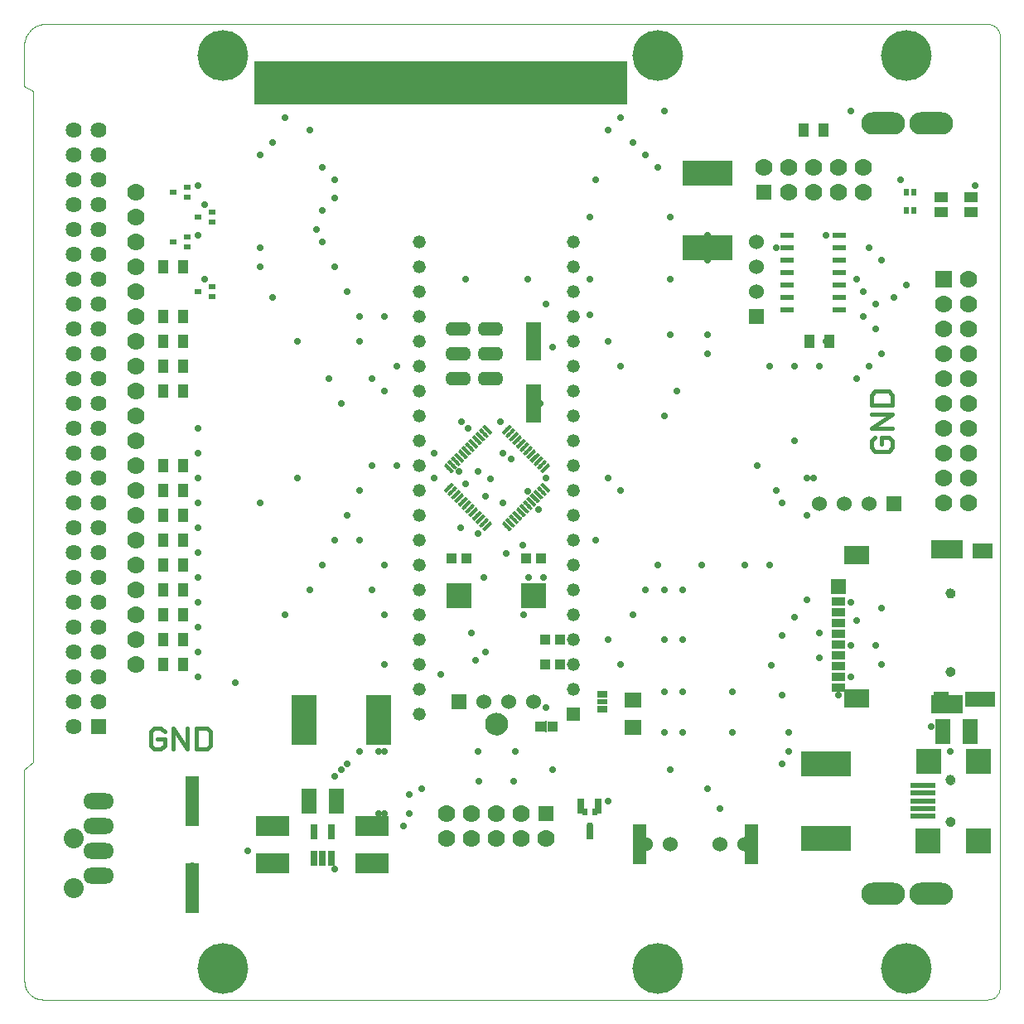
<source format=gts>
G75*
G70*
%OFA0B0*%
%FSLAX24Y24*%
%IPPOS*%
%LPD*%
%AMOC8*
5,1,8,0,0,1.08239X$1,22.5*
%
%ADD10C,0.0000*%
%ADD11C,0.0150*%
%ADD12R,1.5000X0.1750*%
%ADD13R,0.0640X0.0640*%
%ADD14C,0.0640*%
%ADD15O,0.1240X0.0640*%
%ADD16C,0.0700*%
%ADD17R,0.0540X0.0340*%
%ADD18R,0.1240X0.0640*%
%ADD19R,0.0840X0.0640*%
%ADD20R,0.1000X0.0750*%
%ADD21R,0.1250X0.0750*%
%ADD22C,0.0394*%
%ADD23R,0.0700X0.0700*%
%ADD24O,0.1760X0.0900*%
%ADD25R,0.0540X0.2040*%
%ADD26C,0.0540*%
%ADD27C,0.0520*%
%ADD28R,0.0520X0.0520*%
%ADD29R,0.0600X0.0600*%
%ADD30C,0.0600*%
%ADD31R,0.0640X0.1540*%
%ADD32O,0.1040X0.0540*%
%ADD33C,0.0355*%
%ADD34C,0.0028*%
%ADD35R,0.1040X0.1040*%
%ADD36R,0.0390X0.0390*%
%ADD37C,0.0906*%
%ADD38R,0.0400X0.0440*%
%ADD39R,0.0100X0.0500*%
%ADD40R,0.0280X0.0590*%
%ADD41R,0.0590X0.1040*%
%ADD42R,0.1340X0.0790*%
%ADD43R,0.0280X0.0240*%
%ADD44R,0.0440X0.0520*%
%ADD45R,0.1040X0.0240*%
%ADD46R,0.0540X0.1640*%
%ADD47R,0.0240X0.0280*%
%ADD48R,0.0690X0.0590*%
%ADD49C,0.0800*%
%ADD50R,0.2040X0.1040*%
%ADD51R,0.0540X0.0240*%
%ADD52R,0.0520X0.0440*%
%ADD53R,0.1040X0.2040*%
%ADD54R,0.0440X0.0280*%
%ADD55R,0.0440X0.0240*%
%ADD56R,0.0300X0.0590*%
%ADD57C,0.0280*%
%ADD58C,0.0278*%
%ADD59C,0.2040*%
D10*
X002262Y036607D02*
X040262Y036607D01*
X040306Y036609D01*
X040349Y036615D01*
X040391Y036624D01*
X040433Y036637D01*
X040473Y036654D01*
X040512Y036674D01*
X040549Y036697D01*
X040583Y036724D01*
X040616Y036753D01*
X040645Y036786D01*
X040672Y036820D01*
X040695Y036857D01*
X040715Y036896D01*
X040732Y036936D01*
X040745Y036978D01*
X040754Y037020D01*
X040760Y037063D01*
X040762Y037107D01*
X040762Y075357D01*
X040760Y075401D01*
X040754Y075444D01*
X040745Y075486D01*
X040732Y075528D01*
X040715Y075568D01*
X040695Y075607D01*
X040672Y075644D01*
X040645Y075678D01*
X040616Y075711D01*
X040583Y075740D01*
X040549Y075767D01*
X040512Y075790D01*
X040473Y075810D01*
X040433Y075827D01*
X040391Y075840D01*
X040349Y075849D01*
X040306Y075855D01*
X040262Y075857D01*
X002512Y075857D01*
X002454Y075863D01*
X002397Y075866D01*
X002339Y075865D01*
X002281Y075860D01*
X002224Y075851D01*
X002168Y075838D01*
X002112Y075822D01*
X002058Y075802D01*
X002005Y075779D01*
X001953Y075752D01*
X001904Y075722D01*
X001857Y075689D01*
X001811Y075653D01*
X001769Y075614D01*
X001729Y075572D01*
X001692Y075528D01*
X001657Y075481D01*
X001626Y075432D01*
X001599Y075382D01*
X001574Y075329D01*
X001553Y075275D01*
X001536Y075220D01*
X001522Y075164D01*
X001512Y075107D01*
X001512Y073357D01*
X001862Y073157D01*
X001862Y046157D01*
X001512Y045857D01*
X001512Y037357D01*
X001514Y037303D01*
X001520Y037250D01*
X001529Y037198D01*
X001542Y037146D01*
X001559Y037095D01*
X001580Y037045D01*
X001604Y036998D01*
X001631Y036952D01*
X001662Y036908D01*
X001695Y036866D01*
X001732Y036827D01*
X001771Y036790D01*
X001813Y036757D01*
X001857Y036726D01*
X001903Y036699D01*
X001950Y036675D01*
X002000Y036654D01*
X002051Y036637D01*
X002103Y036624D01*
X002155Y036615D01*
X002208Y036609D01*
X002262Y036607D01*
X018955Y061607D02*
X018957Y061632D01*
X018963Y061657D01*
X018973Y061680D01*
X018986Y061701D01*
X019003Y061720D01*
X019023Y061736D01*
X019045Y061749D01*
X019068Y061758D01*
X019093Y061763D01*
X019118Y061764D01*
X019143Y061761D01*
X019168Y061754D01*
X019190Y061743D01*
X019211Y061729D01*
X019230Y061711D01*
X019245Y061691D01*
X019256Y061669D01*
X019264Y061645D01*
X019268Y061620D01*
X019268Y061594D01*
X019264Y061569D01*
X019256Y061545D01*
X019245Y061523D01*
X019230Y061503D01*
X019211Y061485D01*
X019191Y061471D01*
X019168Y061460D01*
X019143Y061453D01*
X019118Y061450D01*
X019093Y061451D01*
X019068Y061456D01*
X019045Y061465D01*
X019023Y061478D01*
X019003Y061494D01*
X018986Y061513D01*
X018973Y061534D01*
X018963Y061557D01*
X018957Y061582D01*
X018955Y061607D01*
X018955Y062607D02*
X018957Y062632D01*
X018963Y062657D01*
X018973Y062680D01*
X018986Y062701D01*
X019003Y062720D01*
X019023Y062736D01*
X019045Y062749D01*
X019068Y062758D01*
X019093Y062763D01*
X019118Y062764D01*
X019143Y062761D01*
X019168Y062754D01*
X019190Y062743D01*
X019211Y062729D01*
X019230Y062711D01*
X019245Y062691D01*
X019256Y062669D01*
X019264Y062645D01*
X019268Y062620D01*
X019268Y062594D01*
X019264Y062569D01*
X019256Y062545D01*
X019245Y062523D01*
X019230Y062503D01*
X019211Y062485D01*
X019191Y062471D01*
X019168Y062460D01*
X019143Y062453D01*
X019118Y062450D01*
X019093Y062451D01*
X019068Y062456D01*
X019045Y062465D01*
X019023Y062478D01*
X019003Y062494D01*
X018986Y062513D01*
X018973Y062534D01*
X018963Y062557D01*
X018957Y062582D01*
X018955Y062607D01*
X018955Y063607D02*
X018957Y063632D01*
X018963Y063657D01*
X018973Y063680D01*
X018986Y063701D01*
X019003Y063720D01*
X019023Y063736D01*
X019045Y063749D01*
X019068Y063758D01*
X019093Y063763D01*
X019118Y063764D01*
X019143Y063761D01*
X019168Y063754D01*
X019190Y063743D01*
X019211Y063729D01*
X019230Y063711D01*
X019245Y063691D01*
X019256Y063669D01*
X019264Y063645D01*
X019268Y063620D01*
X019268Y063594D01*
X019264Y063569D01*
X019256Y063545D01*
X019245Y063523D01*
X019230Y063503D01*
X019211Y063485D01*
X019191Y063471D01*
X019168Y063460D01*
X019143Y063453D01*
X019118Y063450D01*
X019093Y063451D01*
X019068Y063456D01*
X019045Y063465D01*
X019023Y063478D01*
X019003Y063494D01*
X018986Y063513D01*
X018973Y063534D01*
X018963Y063557D01*
X018957Y063582D01*
X018955Y063607D01*
X019955Y063607D02*
X019957Y063632D01*
X019963Y063657D01*
X019973Y063680D01*
X019986Y063701D01*
X020003Y063720D01*
X020023Y063736D01*
X020045Y063749D01*
X020068Y063758D01*
X020093Y063763D01*
X020118Y063764D01*
X020143Y063761D01*
X020168Y063754D01*
X020190Y063743D01*
X020211Y063729D01*
X020230Y063711D01*
X020245Y063691D01*
X020256Y063669D01*
X020264Y063645D01*
X020268Y063620D01*
X020268Y063594D01*
X020264Y063569D01*
X020256Y063545D01*
X020245Y063523D01*
X020230Y063503D01*
X020211Y063485D01*
X020191Y063471D01*
X020168Y063460D01*
X020143Y063453D01*
X020118Y063450D01*
X020093Y063451D01*
X020068Y063456D01*
X020045Y063465D01*
X020023Y063478D01*
X020003Y063494D01*
X019986Y063513D01*
X019973Y063534D01*
X019963Y063557D01*
X019957Y063582D01*
X019955Y063607D01*
X019955Y062607D02*
X019957Y062632D01*
X019963Y062657D01*
X019973Y062680D01*
X019986Y062701D01*
X020003Y062720D01*
X020023Y062736D01*
X020045Y062749D01*
X020068Y062758D01*
X020093Y062763D01*
X020118Y062764D01*
X020143Y062761D01*
X020168Y062754D01*
X020190Y062743D01*
X020211Y062729D01*
X020230Y062711D01*
X020245Y062691D01*
X020256Y062669D01*
X020264Y062645D01*
X020268Y062620D01*
X020268Y062594D01*
X020264Y062569D01*
X020256Y062545D01*
X020245Y062523D01*
X020230Y062503D01*
X020211Y062485D01*
X020191Y062471D01*
X020168Y062460D01*
X020143Y062453D01*
X020118Y062450D01*
X020093Y062451D01*
X020068Y062456D01*
X020045Y062465D01*
X020023Y062478D01*
X020003Y062494D01*
X019986Y062513D01*
X019973Y062534D01*
X019963Y062557D01*
X019957Y062582D01*
X019955Y062607D01*
X019955Y061607D02*
X019957Y061632D01*
X019963Y061657D01*
X019973Y061680D01*
X019986Y061701D01*
X020003Y061720D01*
X020023Y061736D01*
X020045Y061749D01*
X020068Y061758D01*
X020093Y061763D01*
X020118Y061764D01*
X020143Y061761D01*
X020168Y061754D01*
X020190Y061743D01*
X020211Y061729D01*
X020230Y061711D01*
X020245Y061691D01*
X020256Y061669D01*
X020264Y061645D01*
X020268Y061620D01*
X020268Y061594D01*
X020264Y061569D01*
X020256Y061545D01*
X020245Y061523D01*
X020230Y061503D01*
X020211Y061485D01*
X020191Y061471D01*
X020168Y061460D01*
X020143Y061453D01*
X020118Y061450D01*
X020093Y061451D01*
X020068Y061456D01*
X020045Y061465D01*
X020023Y061478D01*
X020003Y061494D01*
X019986Y061513D01*
X019973Y061534D01*
X019963Y061557D01*
X019957Y061582D01*
X019955Y061607D01*
X020079Y047707D02*
X020081Y047749D01*
X020087Y047790D01*
X020097Y047831D01*
X020111Y047870D01*
X020129Y047908D01*
X020150Y047944D01*
X020174Y047978D01*
X020202Y048009D01*
X020233Y048038D01*
X020266Y048063D01*
X020302Y048085D01*
X020339Y048104D01*
X020378Y048119D01*
X020419Y048130D01*
X020460Y048137D01*
X020502Y048140D01*
X020543Y048139D01*
X020585Y048134D01*
X020626Y048125D01*
X020666Y048112D01*
X020704Y048095D01*
X020740Y048075D01*
X020775Y048051D01*
X020807Y048024D01*
X020836Y047994D01*
X020862Y047962D01*
X020885Y047927D01*
X020905Y047889D01*
X020920Y047851D01*
X020932Y047811D01*
X020940Y047770D01*
X020944Y047728D01*
X020944Y047686D01*
X020940Y047644D01*
X020932Y047603D01*
X020920Y047563D01*
X020905Y047525D01*
X020885Y047487D01*
X020862Y047452D01*
X020836Y047420D01*
X020807Y047390D01*
X020775Y047363D01*
X020740Y047339D01*
X020704Y047319D01*
X020666Y047302D01*
X020626Y047289D01*
X020585Y047280D01*
X020543Y047275D01*
X020502Y047274D01*
X020460Y047277D01*
X020419Y047284D01*
X020378Y047295D01*
X020339Y047310D01*
X020302Y047329D01*
X020266Y047351D01*
X020233Y047376D01*
X020202Y047405D01*
X020174Y047436D01*
X020150Y047470D01*
X020129Y047506D01*
X020111Y047544D01*
X020097Y047583D01*
X020087Y047624D01*
X020081Y047665D01*
X020079Y047707D01*
X035862Y041057D02*
X036262Y041057D01*
X036289Y041055D01*
X036316Y041050D01*
X036342Y041040D01*
X036366Y041028D01*
X036388Y041012D01*
X036408Y040994D01*
X036425Y040972D01*
X036440Y040949D01*
X036450Y040924D01*
X036458Y040898D01*
X036462Y040871D01*
X036462Y040843D01*
X036458Y040816D01*
X036450Y040790D01*
X036440Y040765D01*
X036425Y040742D01*
X036408Y040720D01*
X036388Y040702D01*
X036366Y040686D01*
X036342Y040674D01*
X036316Y040664D01*
X036289Y040659D01*
X036262Y040657D01*
X035862Y040657D01*
X035835Y040659D01*
X035808Y040664D01*
X035782Y040674D01*
X035758Y040686D01*
X035736Y040702D01*
X035716Y040720D01*
X035699Y040742D01*
X035684Y040765D01*
X035674Y040790D01*
X035666Y040816D01*
X035662Y040843D01*
X035662Y040871D01*
X035666Y040898D01*
X035674Y040924D01*
X035684Y040949D01*
X035699Y040972D01*
X035716Y040994D01*
X035736Y041012D01*
X035758Y041028D01*
X035782Y041040D01*
X035808Y041050D01*
X035835Y041055D01*
X035862Y041057D01*
X037812Y041057D02*
X038212Y041057D01*
X038239Y041055D01*
X038266Y041050D01*
X038292Y041040D01*
X038316Y041028D01*
X038338Y041012D01*
X038358Y040994D01*
X038375Y040972D01*
X038390Y040949D01*
X038400Y040924D01*
X038408Y040898D01*
X038412Y040871D01*
X038412Y040843D01*
X038408Y040816D01*
X038400Y040790D01*
X038390Y040765D01*
X038375Y040742D01*
X038358Y040720D01*
X038338Y040702D01*
X038316Y040686D01*
X038292Y040674D01*
X038266Y040664D01*
X038239Y040659D01*
X038212Y040657D01*
X037812Y040657D01*
X037785Y040659D01*
X037758Y040664D01*
X037732Y040674D01*
X037708Y040686D01*
X037686Y040702D01*
X037666Y040720D01*
X037649Y040742D01*
X037634Y040765D01*
X037624Y040790D01*
X037616Y040816D01*
X037612Y040843D01*
X037612Y040871D01*
X037616Y040898D01*
X037624Y040924D01*
X037634Y040949D01*
X037649Y040972D01*
X037666Y040994D01*
X037686Y041012D01*
X037708Y041028D01*
X037732Y041040D01*
X037758Y041050D01*
X037785Y041055D01*
X037812Y041057D01*
X038585Y043767D02*
X038587Y043794D01*
X038593Y043820D01*
X038603Y043846D01*
X038617Y043869D01*
X038634Y043890D01*
X038655Y043908D01*
X038677Y043922D01*
X038702Y043934D01*
X038728Y043941D01*
X038755Y043944D01*
X038782Y043943D01*
X038809Y043938D01*
X038834Y043929D01*
X038858Y043916D01*
X038880Y043899D01*
X038899Y043880D01*
X038914Y043857D01*
X038926Y043833D01*
X038934Y043807D01*
X038938Y043781D01*
X038938Y043753D01*
X038934Y043727D01*
X038926Y043701D01*
X038914Y043677D01*
X038899Y043654D01*
X038880Y043635D01*
X038858Y043618D01*
X038834Y043605D01*
X038809Y043596D01*
X038782Y043591D01*
X038755Y043590D01*
X038728Y043593D01*
X038702Y043600D01*
X038677Y043612D01*
X038655Y043626D01*
X038634Y043644D01*
X038617Y043665D01*
X038603Y043688D01*
X038593Y043714D01*
X038587Y043740D01*
X038585Y043767D01*
X038585Y045447D02*
X038587Y045474D01*
X038593Y045500D01*
X038603Y045526D01*
X038617Y045549D01*
X038634Y045570D01*
X038655Y045588D01*
X038677Y045602D01*
X038702Y045614D01*
X038728Y045621D01*
X038755Y045624D01*
X038782Y045623D01*
X038809Y045618D01*
X038834Y045609D01*
X038858Y045596D01*
X038880Y045579D01*
X038899Y045560D01*
X038914Y045537D01*
X038926Y045513D01*
X038934Y045487D01*
X038938Y045461D01*
X038938Y045433D01*
X038934Y045407D01*
X038926Y045381D01*
X038914Y045357D01*
X038899Y045334D01*
X038880Y045315D01*
X038858Y045298D01*
X038834Y045285D01*
X038809Y045276D01*
X038782Y045271D01*
X038755Y045270D01*
X038728Y045273D01*
X038702Y045280D01*
X038677Y045292D01*
X038655Y045306D01*
X038634Y045324D01*
X038617Y045345D01*
X038603Y045368D01*
X038593Y045394D01*
X038587Y045420D01*
X038585Y045447D01*
X038585Y049807D02*
X038587Y049834D01*
X038593Y049860D01*
X038603Y049886D01*
X038617Y049909D01*
X038634Y049930D01*
X038655Y049948D01*
X038677Y049962D01*
X038702Y049974D01*
X038728Y049981D01*
X038755Y049984D01*
X038782Y049983D01*
X038809Y049978D01*
X038834Y049969D01*
X038858Y049956D01*
X038880Y049939D01*
X038899Y049920D01*
X038914Y049897D01*
X038926Y049873D01*
X038934Y049847D01*
X038938Y049821D01*
X038938Y049793D01*
X038934Y049767D01*
X038926Y049741D01*
X038914Y049717D01*
X038899Y049694D01*
X038880Y049675D01*
X038858Y049658D01*
X038834Y049645D01*
X038809Y049636D01*
X038782Y049631D01*
X038755Y049630D01*
X038728Y049633D01*
X038702Y049640D01*
X038677Y049652D01*
X038655Y049666D01*
X038634Y049684D01*
X038617Y049705D01*
X038603Y049728D01*
X038593Y049754D01*
X038587Y049780D01*
X038585Y049807D01*
X038585Y052957D02*
X038587Y052984D01*
X038593Y053010D01*
X038603Y053036D01*
X038617Y053059D01*
X038634Y053080D01*
X038655Y053098D01*
X038677Y053112D01*
X038702Y053124D01*
X038728Y053131D01*
X038755Y053134D01*
X038782Y053133D01*
X038809Y053128D01*
X038834Y053119D01*
X038858Y053106D01*
X038880Y053089D01*
X038899Y053070D01*
X038914Y053047D01*
X038926Y053023D01*
X038934Y052997D01*
X038938Y052971D01*
X038938Y052943D01*
X038934Y052917D01*
X038926Y052891D01*
X038914Y052867D01*
X038899Y052844D01*
X038880Y052825D01*
X038858Y052808D01*
X038834Y052795D01*
X038809Y052786D01*
X038782Y052781D01*
X038755Y052780D01*
X038728Y052783D01*
X038702Y052790D01*
X038677Y052802D01*
X038655Y052816D01*
X038634Y052834D01*
X038617Y052855D01*
X038603Y052878D01*
X038593Y052904D01*
X038587Y052930D01*
X038585Y052957D01*
X038212Y071657D02*
X037812Y071657D01*
X037785Y071659D01*
X037758Y071664D01*
X037732Y071674D01*
X037708Y071686D01*
X037686Y071702D01*
X037666Y071720D01*
X037649Y071742D01*
X037634Y071765D01*
X037624Y071790D01*
X037616Y071816D01*
X037612Y071843D01*
X037612Y071871D01*
X037616Y071898D01*
X037624Y071924D01*
X037634Y071949D01*
X037649Y071972D01*
X037666Y071994D01*
X037686Y072012D01*
X037708Y072028D01*
X037732Y072040D01*
X037758Y072050D01*
X037785Y072055D01*
X037812Y072057D01*
X038212Y072057D01*
X038239Y072055D01*
X038266Y072050D01*
X038292Y072040D01*
X038316Y072028D01*
X038338Y072012D01*
X038358Y071994D01*
X038375Y071972D01*
X038390Y071949D01*
X038400Y071924D01*
X038408Y071898D01*
X038412Y071871D01*
X038412Y071843D01*
X038408Y071816D01*
X038400Y071790D01*
X038390Y071765D01*
X038375Y071742D01*
X038358Y071720D01*
X038338Y071702D01*
X038316Y071686D01*
X038292Y071674D01*
X038266Y071664D01*
X038239Y071659D01*
X038212Y071657D01*
X036262Y071657D02*
X035862Y071657D01*
X035835Y071659D01*
X035808Y071664D01*
X035782Y071674D01*
X035758Y071686D01*
X035736Y071702D01*
X035716Y071720D01*
X035699Y071742D01*
X035684Y071765D01*
X035674Y071790D01*
X035666Y071816D01*
X035662Y071843D01*
X035662Y071871D01*
X035666Y071898D01*
X035674Y071924D01*
X035684Y071949D01*
X035699Y071972D01*
X035716Y071994D01*
X035736Y072012D01*
X035758Y072028D01*
X035782Y072040D01*
X035808Y072050D01*
X035835Y072055D01*
X035862Y072057D01*
X036262Y072057D01*
X036289Y072055D01*
X036316Y072050D01*
X036342Y072040D01*
X036366Y072028D01*
X036388Y072012D01*
X036408Y071994D01*
X036425Y071972D01*
X036440Y071949D01*
X036450Y071924D01*
X036458Y071898D01*
X036462Y071871D01*
X036462Y071843D01*
X036458Y071816D01*
X036450Y071790D01*
X036440Y071765D01*
X036425Y071742D01*
X036408Y071720D01*
X036388Y071702D01*
X036366Y071686D01*
X036342Y071674D01*
X036316Y071664D01*
X036289Y071659D01*
X036262Y071657D01*
D11*
X036295Y061079D02*
X035728Y061079D01*
X035586Y060937D01*
X035586Y060511D01*
X036437Y060511D01*
X036437Y060937D01*
X036295Y061079D01*
X036437Y060158D02*
X035586Y060158D01*
X035586Y059591D02*
X036437Y060158D01*
X036437Y059591D02*
X035586Y059591D01*
X035728Y059237D02*
X035586Y059095D01*
X035586Y058812D01*
X035728Y058670D01*
X036295Y058670D01*
X036437Y058812D01*
X036437Y059095D01*
X036295Y059237D01*
X036011Y059237D01*
X036011Y058953D01*
X008995Y047391D02*
X008995Y046824D01*
X008854Y046682D01*
X008428Y046682D01*
X008428Y047533D01*
X008854Y047533D01*
X008995Y047391D01*
X008075Y047533D02*
X008075Y046682D01*
X007508Y047533D01*
X007508Y046682D01*
X007154Y046824D02*
X007154Y047108D01*
X006870Y047108D01*
X006587Y047391D02*
X006729Y047533D01*
X007012Y047533D01*
X007154Y047391D01*
X007154Y046824D02*
X007012Y046682D01*
X006729Y046682D01*
X006587Y046824D01*
X006587Y047391D01*
D12*
X018262Y073482D03*
D13*
X004512Y047607D03*
X034262Y053227D03*
X038412Y048707D03*
D14*
X004512Y048607D03*
X004512Y049607D03*
X004512Y050607D03*
X004512Y051607D03*
X003512Y051607D03*
X003512Y050607D03*
X003512Y049607D03*
X003512Y048607D03*
X003512Y047607D03*
X003512Y052607D03*
X003512Y053607D03*
X003512Y054607D03*
X004512Y054607D03*
X004512Y053607D03*
X004512Y052607D03*
X004512Y055607D03*
X004512Y056607D03*
X004512Y057607D03*
X003512Y057607D03*
X003512Y056607D03*
X003512Y055607D03*
X003512Y058607D03*
X003512Y059607D03*
X003512Y060607D03*
X003512Y061607D03*
X004512Y061607D03*
X004512Y060607D03*
X004512Y059607D03*
X004512Y058607D03*
X004512Y062607D03*
X004512Y063607D03*
X004512Y064607D03*
X003512Y064607D03*
X003512Y063607D03*
X003512Y062607D03*
X003512Y065607D03*
X003512Y066607D03*
X003512Y067607D03*
X003512Y068607D03*
X004512Y068607D03*
X004512Y067607D03*
X004512Y066607D03*
X004512Y065607D03*
X004512Y069607D03*
X004512Y070607D03*
X004512Y071607D03*
X003512Y071607D03*
X003512Y070607D03*
X003512Y069607D03*
D15*
X004512Y044607D03*
X004512Y043607D03*
X004512Y042607D03*
X004512Y041607D03*
D16*
X006012Y050107D03*
X006012Y051107D03*
X006012Y052107D03*
X006012Y053107D03*
X006012Y054107D03*
X006012Y055107D03*
X006012Y056107D03*
X006012Y057107D03*
X006012Y058107D03*
X006012Y059107D03*
X006012Y060107D03*
X006012Y061107D03*
X006012Y062107D03*
X006012Y063107D03*
X006012Y064107D03*
X006012Y065107D03*
X006012Y066107D03*
X006012Y067107D03*
X006012Y068107D03*
X006012Y069107D03*
X018512Y044107D03*
X018512Y043107D03*
X019512Y043107D03*
X020512Y043107D03*
X020512Y044107D03*
X019512Y044107D03*
X021512Y044107D03*
X021512Y043107D03*
X022512Y043107D03*
X032262Y069107D03*
X032262Y070107D03*
X031262Y070107D03*
X033262Y070107D03*
X033262Y069107D03*
X034262Y069107D03*
X034262Y070107D03*
X035262Y070107D03*
X035262Y069107D03*
X038512Y064607D03*
X038512Y063607D03*
X038512Y062607D03*
X038512Y061607D03*
X038512Y060607D03*
X038512Y059607D03*
X038512Y058607D03*
X038512Y057607D03*
X038512Y056607D03*
X039512Y056607D03*
X039512Y057607D03*
X039512Y058607D03*
X039512Y059607D03*
X039512Y060607D03*
X039512Y061607D03*
X039512Y062607D03*
X039512Y063607D03*
X039512Y064607D03*
X039512Y065607D03*
D17*
X034262Y052617D03*
X034262Y052177D03*
X034262Y051747D03*
X034262Y051317D03*
X034262Y050887D03*
X034262Y050447D03*
X034262Y050017D03*
X034262Y049587D03*
X034262Y049157D03*
D18*
X039962Y048707D03*
D19*
X040062Y054667D03*
D20*
X035012Y054482D03*
X035012Y048732D03*
D21*
X038637Y048482D03*
X038637Y054732D03*
D22*
X038762Y052957D03*
X038762Y049807D03*
X038762Y045447D03*
X038762Y043767D03*
D23*
X038512Y065607D03*
D24*
X038012Y071857D03*
X036062Y071857D03*
X036062Y040857D03*
X038012Y040857D03*
D25*
X008262Y041107D03*
X008262Y044607D03*
D26*
X008262Y043857D03*
X008262Y041857D03*
D27*
X017412Y048107D03*
X017412Y049107D03*
X017412Y050107D03*
X017412Y051107D03*
X017412Y052107D03*
X017412Y053107D03*
X017412Y054107D03*
X017412Y055107D03*
X017412Y056107D03*
X017412Y057107D03*
X017412Y058107D03*
X017412Y059107D03*
X017412Y060107D03*
X017412Y061107D03*
X017412Y062107D03*
X017412Y063107D03*
X017412Y064107D03*
X017412Y065107D03*
X017412Y066107D03*
X017412Y067107D03*
X023612Y067107D03*
X023612Y066107D03*
X023612Y065107D03*
X023612Y064107D03*
X023612Y063107D03*
X023612Y062107D03*
X023612Y061107D03*
X023612Y060107D03*
X023612Y059107D03*
X023612Y058107D03*
X023612Y057107D03*
X023612Y056107D03*
X023612Y055107D03*
X023612Y054107D03*
X023612Y053107D03*
X023612Y052107D03*
X023612Y051107D03*
X023612Y050107D03*
X023612Y049107D03*
D28*
X023612Y048107D03*
D29*
X022512Y044107D03*
X019012Y048607D03*
X030962Y064107D03*
X031262Y069107D03*
X036512Y056557D03*
D30*
X035512Y056557D03*
X034512Y056557D03*
X033512Y056557D03*
X030962Y065107D03*
X030962Y066107D03*
X030962Y067107D03*
X022012Y048607D03*
X021012Y048607D03*
X020012Y048607D03*
X026512Y042857D03*
X027512Y042857D03*
X029512Y042857D03*
X030512Y042857D03*
D31*
X022012Y060607D03*
X022012Y063107D03*
D32*
X020262Y062607D03*
X020262Y063607D03*
X018962Y063607D03*
X018962Y062607D03*
X018962Y061607D03*
X020262Y061607D03*
D33*
X020112Y061607D03*
X019112Y061607D03*
X019112Y062607D03*
X019112Y063607D03*
X020112Y063607D03*
X020112Y062607D03*
D34*
X020017Y059737D02*
X020308Y059446D01*
X020229Y059367D01*
X019938Y059658D01*
X020017Y059737D01*
X020202Y059394D02*
X020256Y059394D01*
X020283Y059421D02*
X020175Y059421D01*
X020148Y059448D02*
X020306Y059448D01*
X020279Y059475D02*
X020121Y059475D01*
X020094Y059502D02*
X020252Y059502D01*
X020225Y059529D02*
X020067Y059529D01*
X020040Y059556D02*
X020198Y059556D01*
X020171Y059583D02*
X020013Y059583D01*
X019986Y059610D02*
X020144Y059610D01*
X020117Y059637D02*
X019959Y059637D01*
X019944Y059664D02*
X020090Y059664D01*
X020063Y059691D02*
X019971Y059691D01*
X019998Y059718D02*
X020036Y059718D01*
X019875Y059595D02*
X020166Y059304D01*
X020087Y059225D01*
X019796Y059516D01*
X019875Y059595D01*
X020060Y059252D02*
X020114Y059252D01*
X020141Y059279D02*
X020033Y059279D01*
X020006Y059306D02*
X020164Y059306D01*
X020137Y059333D02*
X019979Y059333D01*
X019952Y059360D02*
X020110Y059360D01*
X020083Y059387D02*
X019925Y059387D01*
X019898Y059414D02*
X020056Y059414D01*
X020029Y059441D02*
X019871Y059441D01*
X019844Y059468D02*
X020002Y059468D01*
X019975Y059495D02*
X019817Y059495D01*
X019802Y059522D02*
X019948Y059522D01*
X019921Y059549D02*
X019829Y059549D01*
X019856Y059576D02*
X019894Y059576D01*
X019734Y059454D02*
X020025Y059163D01*
X019946Y059084D01*
X019655Y059375D01*
X019734Y059454D01*
X019919Y059111D02*
X019973Y059111D01*
X020000Y059138D02*
X019892Y059138D01*
X019865Y059165D02*
X020023Y059165D01*
X019996Y059192D02*
X019838Y059192D01*
X019811Y059219D02*
X019969Y059219D01*
X019942Y059246D02*
X019784Y059246D01*
X019757Y059273D02*
X019915Y059273D01*
X019888Y059300D02*
X019730Y059300D01*
X019703Y059327D02*
X019861Y059327D01*
X019834Y059354D02*
X019676Y059354D01*
X019661Y059381D02*
X019807Y059381D01*
X019780Y059408D02*
X019688Y059408D01*
X019715Y059435D02*
X019753Y059435D01*
X019593Y059313D02*
X019884Y059022D01*
X019805Y058943D01*
X019514Y059234D01*
X019593Y059313D01*
X019778Y058970D02*
X019832Y058970D01*
X019859Y058997D02*
X019751Y058997D01*
X019724Y059024D02*
X019882Y059024D01*
X019855Y059051D02*
X019697Y059051D01*
X019670Y059078D02*
X019828Y059078D01*
X019801Y059105D02*
X019643Y059105D01*
X019616Y059132D02*
X019774Y059132D01*
X019747Y059159D02*
X019589Y059159D01*
X019562Y059186D02*
X019720Y059186D01*
X019693Y059213D02*
X019535Y059213D01*
X019520Y059240D02*
X019666Y059240D01*
X019639Y059267D02*
X019547Y059267D01*
X019574Y059294D02*
X019612Y059294D01*
X019451Y059171D02*
X019742Y058880D01*
X019663Y058801D01*
X019372Y059092D01*
X019451Y059171D01*
X019636Y058828D02*
X019690Y058828D01*
X019717Y058855D02*
X019609Y058855D01*
X019582Y058882D02*
X019740Y058882D01*
X019713Y058909D02*
X019555Y058909D01*
X019528Y058936D02*
X019686Y058936D01*
X019659Y058963D02*
X019501Y058963D01*
X019474Y058990D02*
X019632Y058990D01*
X019605Y059017D02*
X019447Y059017D01*
X019420Y059044D02*
X019578Y059044D01*
X019551Y059071D02*
X019393Y059071D01*
X019378Y059098D02*
X019524Y059098D01*
X019497Y059125D02*
X019405Y059125D01*
X019432Y059152D02*
X019470Y059152D01*
X019310Y059030D02*
X019601Y058739D01*
X019522Y058660D01*
X019231Y058951D01*
X019310Y059030D01*
X019495Y058687D02*
X019549Y058687D01*
X019576Y058714D02*
X019468Y058714D01*
X019441Y058741D02*
X019599Y058741D01*
X019572Y058768D02*
X019414Y058768D01*
X019387Y058795D02*
X019545Y058795D01*
X019518Y058822D02*
X019360Y058822D01*
X019333Y058849D02*
X019491Y058849D01*
X019464Y058876D02*
X019306Y058876D01*
X019279Y058903D02*
X019437Y058903D01*
X019410Y058930D02*
X019252Y058930D01*
X019237Y058957D02*
X019383Y058957D01*
X019356Y058984D02*
X019264Y058984D01*
X019291Y059011D02*
X019329Y059011D01*
X019168Y058888D02*
X019459Y058597D01*
X019380Y058518D01*
X019089Y058809D01*
X019168Y058888D01*
X019353Y058545D02*
X019407Y058545D01*
X019434Y058572D02*
X019326Y058572D01*
X019299Y058599D02*
X019457Y058599D01*
X019430Y058626D02*
X019272Y058626D01*
X019245Y058653D02*
X019403Y058653D01*
X019376Y058680D02*
X019218Y058680D01*
X019191Y058707D02*
X019349Y058707D01*
X019322Y058734D02*
X019164Y058734D01*
X019137Y058761D02*
X019295Y058761D01*
X019268Y058788D02*
X019110Y058788D01*
X019095Y058815D02*
X019241Y058815D01*
X019214Y058842D02*
X019122Y058842D01*
X019149Y058869D02*
X019187Y058869D01*
X019027Y058747D02*
X019318Y058456D01*
X019239Y058377D01*
X018948Y058668D01*
X019027Y058747D01*
X019212Y058404D02*
X019266Y058404D01*
X019293Y058431D02*
X019185Y058431D01*
X019158Y058458D02*
X019316Y058458D01*
X019289Y058485D02*
X019131Y058485D01*
X019104Y058512D02*
X019262Y058512D01*
X019235Y058539D02*
X019077Y058539D01*
X019050Y058566D02*
X019208Y058566D01*
X019181Y058593D02*
X019023Y058593D01*
X018996Y058620D02*
X019154Y058620D01*
X019127Y058647D02*
X018969Y058647D01*
X018954Y058674D02*
X019100Y058674D01*
X019073Y058701D02*
X018981Y058701D01*
X019008Y058728D02*
X019046Y058728D01*
X018885Y058605D02*
X019176Y058314D01*
X019097Y058235D01*
X018806Y058526D01*
X018885Y058605D01*
X019070Y058262D02*
X019124Y058262D01*
X019151Y058289D02*
X019043Y058289D01*
X019016Y058316D02*
X019174Y058316D01*
X019147Y058343D02*
X018989Y058343D01*
X018962Y058370D02*
X019120Y058370D01*
X019093Y058397D02*
X018935Y058397D01*
X018908Y058424D02*
X019066Y058424D01*
X019039Y058451D02*
X018881Y058451D01*
X018854Y058478D02*
X019012Y058478D01*
X018985Y058505D02*
X018827Y058505D01*
X018812Y058532D02*
X018958Y058532D01*
X018931Y058559D02*
X018839Y058559D01*
X018866Y058586D02*
X018904Y058586D01*
X018744Y058464D02*
X019035Y058173D01*
X018956Y058094D01*
X018665Y058385D01*
X018744Y058464D01*
X018929Y058121D02*
X018983Y058121D01*
X019010Y058148D02*
X018902Y058148D01*
X018875Y058175D02*
X019033Y058175D01*
X019006Y058202D02*
X018848Y058202D01*
X018821Y058229D02*
X018979Y058229D01*
X018952Y058256D02*
X018794Y058256D01*
X018767Y058283D02*
X018925Y058283D01*
X018898Y058310D02*
X018740Y058310D01*
X018713Y058337D02*
X018871Y058337D01*
X018844Y058364D02*
X018686Y058364D01*
X018671Y058391D02*
X018817Y058391D01*
X018790Y058418D02*
X018698Y058418D01*
X018725Y058445D02*
X018763Y058445D01*
X018603Y058323D02*
X018894Y058032D01*
X018815Y057953D01*
X018524Y058244D01*
X018603Y058323D01*
X018788Y057980D02*
X018842Y057980D01*
X018869Y058007D02*
X018761Y058007D01*
X018734Y058034D02*
X018892Y058034D01*
X018865Y058061D02*
X018707Y058061D01*
X018680Y058088D02*
X018838Y058088D01*
X018811Y058115D02*
X018653Y058115D01*
X018626Y058142D02*
X018784Y058142D01*
X018757Y058169D02*
X018599Y058169D01*
X018572Y058196D02*
X018730Y058196D01*
X018703Y058223D02*
X018545Y058223D01*
X018530Y058250D02*
X018676Y058250D01*
X018649Y058277D02*
X018557Y058277D01*
X018584Y058304D02*
X018622Y058304D01*
X018461Y058181D02*
X018752Y057890D01*
X018673Y057811D01*
X018382Y058102D01*
X018461Y058181D01*
X018646Y057838D02*
X018700Y057838D01*
X018727Y057865D02*
X018619Y057865D01*
X018592Y057892D02*
X018750Y057892D01*
X018723Y057919D02*
X018565Y057919D01*
X018538Y057946D02*
X018696Y057946D01*
X018669Y057973D02*
X018511Y057973D01*
X018484Y058000D02*
X018642Y058000D01*
X018615Y058027D02*
X018457Y058027D01*
X018430Y058054D02*
X018588Y058054D01*
X018561Y058081D02*
X018403Y058081D01*
X018388Y058108D02*
X018534Y058108D01*
X018507Y058135D02*
X018415Y058135D01*
X018442Y058162D02*
X018480Y058162D01*
X018673Y057403D02*
X018752Y057324D01*
X018461Y057033D01*
X018382Y057112D01*
X018673Y057403D01*
X018488Y057060D02*
X018434Y057060D01*
X018407Y057087D02*
X018515Y057087D01*
X018542Y057114D02*
X018384Y057114D01*
X018411Y057141D02*
X018569Y057141D01*
X018596Y057168D02*
X018438Y057168D01*
X018465Y057195D02*
X018623Y057195D01*
X018650Y057222D02*
X018492Y057222D01*
X018519Y057249D02*
X018677Y057249D01*
X018704Y057276D02*
X018546Y057276D01*
X018573Y057303D02*
X018731Y057303D01*
X018746Y057330D02*
X018600Y057330D01*
X018627Y057357D02*
X018719Y057357D01*
X018692Y057384D02*
X018654Y057384D01*
X018815Y057262D02*
X018894Y057183D01*
X018603Y056892D01*
X018524Y056971D01*
X018815Y057262D01*
X018630Y056919D02*
X018576Y056919D01*
X018549Y056946D02*
X018657Y056946D01*
X018684Y056973D02*
X018526Y056973D01*
X018553Y057000D02*
X018711Y057000D01*
X018738Y057027D02*
X018580Y057027D01*
X018607Y057054D02*
X018765Y057054D01*
X018792Y057081D02*
X018634Y057081D01*
X018661Y057108D02*
X018819Y057108D01*
X018846Y057135D02*
X018688Y057135D01*
X018715Y057162D02*
X018873Y057162D01*
X018888Y057189D02*
X018742Y057189D01*
X018769Y057216D02*
X018861Y057216D01*
X018834Y057243D02*
X018796Y057243D01*
X018956Y057120D02*
X019035Y057041D01*
X018744Y056750D01*
X018665Y056829D01*
X018956Y057120D01*
X018771Y056777D02*
X018717Y056777D01*
X018690Y056804D02*
X018798Y056804D01*
X018825Y056831D02*
X018667Y056831D01*
X018694Y056858D02*
X018852Y056858D01*
X018879Y056885D02*
X018721Y056885D01*
X018748Y056912D02*
X018906Y056912D01*
X018933Y056939D02*
X018775Y056939D01*
X018802Y056966D02*
X018960Y056966D01*
X018987Y056993D02*
X018829Y056993D01*
X018856Y057020D02*
X019014Y057020D01*
X019029Y057047D02*
X018883Y057047D01*
X018910Y057074D02*
X019002Y057074D01*
X018975Y057101D02*
X018937Y057101D01*
X019097Y056979D02*
X019176Y056900D01*
X018885Y056609D01*
X018806Y056688D01*
X019097Y056979D01*
X018912Y056636D02*
X018858Y056636D01*
X018831Y056663D02*
X018939Y056663D01*
X018966Y056690D02*
X018808Y056690D01*
X018835Y056717D02*
X018993Y056717D01*
X019020Y056744D02*
X018862Y056744D01*
X018889Y056771D02*
X019047Y056771D01*
X019074Y056798D02*
X018916Y056798D01*
X018943Y056825D02*
X019101Y056825D01*
X019128Y056852D02*
X018970Y056852D01*
X018997Y056879D02*
X019155Y056879D01*
X019170Y056906D02*
X019024Y056906D01*
X019051Y056933D02*
X019143Y056933D01*
X019116Y056960D02*
X019078Y056960D01*
X019239Y056838D02*
X019318Y056759D01*
X019027Y056468D01*
X018948Y056547D01*
X019239Y056838D01*
X019054Y056495D02*
X019000Y056495D01*
X018973Y056522D02*
X019081Y056522D01*
X019108Y056549D02*
X018950Y056549D01*
X018977Y056576D02*
X019135Y056576D01*
X019162Y056603D02*
X019004Y056603D01*
X019031Y056630D02*
X019189Y056630D01*
X019216Y056657D02*
X019058Y056657D01*
X019085Y056684D02*
X019243Y056684D01*
X019270Y056711D02*
X019112Y056711D01*
X019139Y056738D02*
X019297Y056738D01*
X019312Y056765D02*
X019166Y056765D01*
X019193Y056792D02*
X019285Y056792D01*
X019258Y056819D02*
X019220Y056819D01*
X019380Y056696D02*
X019459Y056617D01*
X019168Y056326D01*
X019089Y056405D01*
X019380Y056696D01*
X019195Y056353D02*
X019141Y056353D01*
X019114Y056380D02*
X019222Y056380D01*
X019249Y056407D02*
X019091Y056407D01*
X019118Y056434D02*
X019276Y056434D01*
X019303Y056461D02*
X019145Y056461D01*
X019172Y056488D02*
X019330Y056488D01*
X019357Y056515D02*
X019199Y056515D01*
X019226Y056542D02*
X019384Y056542D01*
X019411Y056569D02*
X019253Y056569D01*
X019280Y056596D02*
X019438Y056596D01*
X019453Y056623D02*
X019307Y056623D01*
X019334Y056650D02*
X019426Y056650D01*
X019399Y056677D02*
X019361Y056677D01*
X019522Y056555D02*
X019601Y056476D01*
X019310Y056185D01*
X019231Y056264D01*
X019522Y056555D01*
X019337Y056212D02*
X019283Y056212D01*
X019256Y056239D02*
X019364Y056239D01*
X019391Y056266D02*
X019233Y056266D01*
X019260Y056293D02*
X019418Y056293D01*
X019445Y056320D02*
X019287Y056320D01*
X019314Y056347D02*
X019472Y056347D01*
X019499Y056374D02*
X019341Y056374D01*
X019368Y056401D02*
X019526Y056401D01*
X019553Y056428D02*
X019395Y056428D01*
X019422Y056455D02*
X019580Y056455D01*
X019595Y056482D02*
X019449Y056482D01*
X019476Y056509D02*
X019568Y056509D01*
X019541Y056536D02*
X019503Y056536D01*
X019663Y056413D02*
X019742Y056334D01*
X019451Y056043D01*
X019372Y056122D01*
X019663Y056413D01*
X019478Y056070D02*
X019424Y056070D01*
X019397Y056097D02*
X019505Y056097D01*
X019532Y056124D02*
X019374Y056124D01*
X019401Y056151D02*
X019559Y056151D01*
X019586Y056178D02*
X019428Y056178D01*
X019455Y056205D02*
X019613Y056205D01*
X019640Y056232D02*
X019482Y056232D01*
X019509Y056259D02*
X019667Y056259D01*
X019694Y056286D02*
X019536Y056286D01*
X019563Y056313D02*
X019721Y056313D01*
X019736Y056340D02*
X019590Y056340D01*
X019617Y056367D02*
X019709Y056367D01*
X019682Y056394D02*
X019644Y056394D01*
X019805Y056272D02*
X019884Y056193D01*
X019593Y055902D01*
X019514Y055981D01*
X019805Y056272D01*
X019620Y055929D02*
X019566Y055929D01*
X019539Y055956D02*
X019647Y055956D01*
X019674Y055983D02*
X019516Y055983D01*
X019543Y056010D02*
X019701Y056010D01*
X019728Y056037D02*
X019570Y056037D01*
X019597Y056064D02*
X019755Y056064D01*
X019782Y056091D02*
X019624Y056091D01*
X019651Y056118D02*
X019809Y056118D01*
X019836Y056145D02*
X019678Y056145D01*
X019705Y056172D02*
X019863Y056172D01*
X019878Y056199D02*
X019732Y056199D01*
X019759Y056226D02*
X019851Y056226D01*
X019824Y056253D02*
X019786Y056253D01*
X019946Y056131D02*
X020025Y056052D01*
X019734Y055761D01*
X019655Y055840D01*
X019946Y056131D01*
X019761Y055788D02*
X019707Y055788D01*
X019680Y055815D02*
X019788Y055815D01*
X019815Y055842D02*
X019657Y055842D01*
X019684Y055869D02*
X019842Y055869D01*
X019869Y055896D02*
X019711Y055896D01*
X019738Y055923D02*
X019896Y055923D01*
X019923Y055950D02*
X019765Y055950D01*
X019792Y055977D02*
X019950Y055977D01*
X019977Y056004D02*
X019819Y056004D01*
X019846Y056031D02*
X020004Y056031D01*
X020019Y056058D02*
X019873Y056058D01*
X019900Y056085D02*
X019992Y056085D01*
X019965Y056112D02*
X019927Y056112D01*
X020087Y055989D02*
X020166Y055910D01*
X019875Y055619D01*
X019796Y055698D01*
X020087Y055989D01*
X019902Y055646D02*
X019848Y055646D01*
X019821Y055673D02*
X019929Y055673D01*
X019956Y055700D02*
X019798Y055700D01*
X019825Y055727D02*
X019983Y055727D01*
X020010Y055754D02*
X019852Y055754D01*
X019879Y055781D02*
X020037Y055781D01*
X020064Y055808D02*
X019906Y055808D01*
X019933Y055835D02*
X020091Y055835D01*
X020118Y055862D02*
X019960Y055862D01*
X019987Y055889D02*
X020145Y055889D01*
X020160Y055916D02*
X020014Y055916D01*
X020041Y055943D02*
X020133Y055943D01*
X020106Y055970D02*
X020068Y055970D01*
X020229Y055848D02*
X020308Y055769D01*
X020017Y055478D01*
X019938Y055557D01*
X020229Y055848D01*
X020044Y055505D02*
X019990Y055505D01*
X019963Y055532D02*
X020071Y055532D01*
X020098Y055559D02*
X019940Y055559D01*
X019967Y055586D02*
X020125Y055586D01*
X020152Y055613D02*
X019994Y055613D01*
X020021Y055640D02*
X020179Y055640D01*
X020206Y055667D02*
X020048Y055667D01*
X020075Y055694D02*
X020233Y055694D01*
X020260Y055721D02*
X020102Y055721D01*
X020129Y055748D02*
X020287Y055748D01*
X020302Y055775D02*
X020156Y055775D01*
X020183Y055802D02*
X020275Y055802D01*
X020248Y055829D02*
X020210Y055829D01*
X020795Y055848D02*
X021086Y055557D01*
X021007Y055478D01*
X020716Y055769D01*
X020795Y055848D01*
X020980Y055505D02*
X021034Y055505D01*
X021061Y055532D02*
X020953Y055532D01*
X020926Y055559D02*
X021084Y055559D01*
X021057Y055586D02*
X020899Y055586D01*
X020872Y055613D02*
X021030Y055613D01*
X021003Y055640D02*
X020845Y055640D01*
X020818Y055667D02*
X020976Y055667D01*
X020949Y055694D02*
X020791Y055694D01*
X020764Y055721D02*
X020922Y055721D01*
X020895Y055748D02*
X020737Y055748D01*
X020722Y055775D02*
X020868Y055775D01*
X020841Y055802D02*
X020749Y055802D01*
X020776Y055829D02*
X020814Y055829D01*
X020936Y055989D02*
X021227Y055698D01*
X021148Y055619D01*
X020857Y055910D01*
X020936Y055989D01*
X021121Y055646D02*
X021175Y055646D01*
X021202Y055673D02*
X021094Y055673D01*
X021067Y055700D02*
X021225Y055700D01*
X021198Y055727D02*
X021040Y055727D01*
X021013Y055754D02*
X021171Y055754D01*
X021144Y055781D02*
X020986Y055781D01*
X020959Y055808D02*
X021117Y055808D01*
X021090Y055835D02*
X020932Y055835D01*
X020905Y055862D02*
X021063Y055862D01*
X021036Y055889D02*
X020878Y055889D01*
X020863Y055916D02*
X021009Y055916D01*
X020982Y055943D02*
X020890Y055943D01*
X020917Y055970D02*
X020955Y055970D01*
X021078Y056131D02*
X021369Y055840D01*
X021290Y055761D01*
X020999Y056052D01*
X021078Y056131D01*
X021263Y055788D02*
X021317Y055788D01*
X021344Y055815D02*
X021236Y055815D01*
X021209Y055842D02*
X021367Y055842D01*
X021340Y055869D02*
X021182Y055869D01*
X021155Y055896D02*
X021313Y055896D01*
X021286Y055923D02*
X021128Y055923D01*
X021101Y055950D02*
X021259Y055950D01*
X021232Y055977D02*
X021074Y055977D01*
X021047Y056004D02*
X021205Y056004D01*
X021178Y056031D02*
X021020Y056031D01*
X021005Y056058D02*
X021151Y056058D01*
X021124Y056085D02*
X021032Y056085D01*
X021059Y056112D02*
X021097Y056112D01*
X021219Y056272D02*
X021510Y055981D01*
X021431Y055902D01*
X021140Y056193D01*
X021219Y056272D01*
X021404Y055929D02*
X021458Y055929D01*
X021485Y055956D02*
X021377Y055956D01*
X021350Y055983D02*
X021508Y055983D01*
X021481Y056010D02*
X021323Y056010D01*
X021296Y056037D02*
X021454Y056037D01*
X021427Y056064D02*
X021269Y056064D01*
X021242Y056091D02*
X021400Y056091D01*
X021373Y056118D02*
X021215Y056118D01*
X021188Y056145D02*
X021346Y056145D01*
X021319Y056172D02*
X021161Y056172D01*
X021146Y056199D02*
X021292Y056199D01*
X021265Y056226D02*
X021173Y056226D01*
X021200Y056253D02*
X021238Y056253D01*
X021360Y056413D02*
X021651Y056122D01*
X021572Y056043D01*
X021281Y056334D01*
X021360Y056413D01*
X021545Y056070D02*
X021599Y056070D01*
X021626Y056097D02*
X021518Y056097D01*
X021491Y056124D02*
X021649Y056124D01*
X021622Y056151D02*
X021464Y056151D01*
X021437Y056178D02*
X021595Y056178D01*
X021568Y056205D02*
X021410Y056205D01*
X021383Y056232D02*
X021541Y056232D01*
X021514Y056259D02*
X021356Y056259D01*
X021329Y056286D02*
X021487Y056286D01*
X021460Y056313D02*
X021302Y056313D01*
X021287Y056340D02*
X021433Y056340D01*
X021406Y056367D02*
X021314Y056367D01*
X021341Y056394D02*
X021379Y056394D01*
X021502Y056555D02*
X021793Y056264D01*
X021714Y056185D01*
X021423Y056476D01*
X021502Y056555D01*
X021687Y056212D02*
X021741Y056212D01*
X021768Y056239D02*
X021660Y056239D01*
X021633Y056266D02*
X021791Y056266D01*
X021764Y056293D02*
X021606Y056293D01*
X021579Y056320D02*
X021737Y056320D01*
X021710Y056347D02*
X021552Y056347D01*
X021525Y056374D02*
X021683Y056374D01*
X021656Y056401D02*
X021498Y056401D01*
X021471Y056428D02*
X021629Y056428D01*
X021602Y056455D02*
X021444Y056455D01*
X021429Y056482D02*
X021575Y056482D01*
X021548Y056509D02*
X021456Y056509D01*
X021483Y056536D02*
X021521Y056536D01*
X021643Y056696D02*
X021934Y056405D01*
X021855Y056326D01*
X021564Y056617D01*
X021643Y056696D01*
X021828Y056353D02*
X021882Y056353D01*
X021909Y056380D02*
X021801Y056380D01*
X021774Y056407D02*
X021932Y056407D01*
X021905Y056434D02*
X021747Y056434D01*
X021720Y056461D02*
X021878Y056461D01*
X021851Y056488D02*
X021693Y056488D01*
X021666Y056515D02*
X021824Y056515D01*
X021797Y056542D02*
X021639Y056542D01*
X021612Y056569D02*
X021770Y056569D01*
X021743Y056596D02*
X021585Y056596D01*
X021570Y056623D02*
X021716Y056623D01*
X021689Y056650D02*
X021597Y056650D01*
X021624Y056677D02*
X021662Y056677D01*
X021785Y056838D02*
X022076Y056547D01*
X021997Y056468D01*
X021706Y056759D01*
X021785Y056838D01*
X021970Y056495D02*
X022024Y056495D01*
X022051Y056522D02*
X021943Y056522D01*
X021916Y056549D02*
X022074Y056549D01*
X022047Y056576D02*
X021889Y056576D01*
X021862Y056603D02*
X022020Y056603D01*
X021993Y056630D02*
X021835Y056630D01*
X021808Y056657D02*
X021966Y056657D01*
X021939Y056684D02*
X021781Y056684D01*
X021754Y056711D02*
X021912Y056711D01*
X021885Y056738D02*
X021727Y056738D01*
X021712Y056765D02*
X021858Y056765D01*
X021831Y056792D02*
X021739Y056792D01*
X021766Y056819D02*
X021804Y056819D01*
X021926Y056979D02*
X022217Y056688D01*
X022138Y056609D01*
X021847Y056900D01*
X021926Y056979D01*
X022111Y056636D02*
X022165Y056636D01*
X022192Y056663D02*
X022084Y056663D01*
X022057Y056690D02*
X022215Y056690D01*
X022188Y056717D02*
X022030Y056717D01*
X022003Y056744D02*
X022161Y056744D01*
X022134Y056771D02*
X021976Y056771D01*
X021949Y056798D02*
X022107Y056798D01*
X022080Y056825D02*
X021922Y056825D01*
X021895Y056852D02*
X022053Y056852D01*
X022026Y056879D02*
X021868Y056879D01*
X021853Y056906D02*
X021999Y056906D01*
X021972Y056933D02*
X021880Y056933D01*
X021907Y056960D02*
X021945Y056960D01*
X022068Y057120D02*
X022359Y056829D01*
X022280Y056750D01*
X021989Y057041D01*
X022068Y057120D01*
X022253Y056777D02*
X022307Y056777D01*
X022334Y056804D02*
X022226Y056804D01*
X022199Y056831D02*
X022357Y056831D01*
X022330Y056858D02*
X022172Y056858D01*
X022145Y056885D02*
X022303Y056885D01*
X022276Y056912D02*
X022118Y056912D01*
X022091Y056939D02*
X022249Y056939D01*
X022222Y056966D02*
X022064Y056966D01*
X022037Y056993D02*
X022195Y056993D01*
X022168Y057020D02*
X022010Y057020D01*
X021995Y057047D02*
X022141Y057047D01*
X022114Y057074D02*
X022022Y057074D01*
X022049Y057101D02*
X022087Y057101D01*
X022209Y057262D02*
X022500Y056971D01*
X022421Y056892D01*
X022130Y057183D01*
X022209Y057262D01*
X022394Y056919D02*
X022448Y056919D01*
X022475Y056946D02*
X022367Y056946D01*
X022340Y056973D02*
X022498Y056973D01*
X022471Y057000D02*
X022313Y057000D01*
X022286Y057027D02*
X022444Y057027D01*
X022417Y057054D02*
X022259Y057054D01*
X022232Y057081D02*
X022390Y057081D01*
X022363Y057108D02*
X022205Y057108D01*
X022178Y057135D02*
X022336Y057135D01*
X022309Y057162D02*
X022151Y057162D01*
X022136Y057189D02*
X022282Y057189D01*
X022255Y057216D02*
X022163Y057216D01*
X022190Y057243D02*
X022228Y057243D01*
X022350Y057403D02*
X022641Y057112D01*
X022562Y057033D01*
X022271Y057324D01*
X022350Y057403D01*
X022535Y057060D02*
X022589Y057060D01*
X022616Y057087D02*
X022508Y057087D01*
X022481Y057114D02*
X022639Y057114D01*
X022612Y057141D02*
X022454Y057141D01*
X022427Y057168D02*
X022585Y057168D01*
X022558Y057195D02*
X022400Y057195D01*
X022373Y057222D02*
X022531Y057222D01*
X022504Y057249D02*
X022346Y057249D01*
X022319Y057276D02*
X022477Y057276D01*
X022450Y057303D02*
X022292Y057303D01*
X022277Y057330D02*
X022423Y057330D01*
X022396Y057357D02*
X022304Y057357D01*
X022331Y057384D02*
X022369Y057384D01*
X022641Y058102D02*
X022562Y058181D01*
X022641Y058102D02*
X022350Y057811D01*
X022271Y057890D01*
X022562Y058181D01*
X022377Y057838D02*
X022323Y057838D01*
X022296Y057865D02*
X022404Y057865D01*
X022431Y057892D02*
X022273Y057892D01*
X022300Y057919D02*
X022458Y057919D01*
X022485Y057946D02*
X022327Y057946D01*
X022354Y057973D02*
X022512Y057973D01*
X022539Y058000D02*
X022381Y058000D01*
X022408Y058027D02*
X022566Y058027D01*
X022593Y058054D02*
X022435Y058054D01*
X022462Y058081D02*
X022620Y058081D01*
X022635Y058108D02*
X022489Y058108D01*
X022516Y058135D02*
X022608Y058135D01*
X022581Y058162D02*
X022543Y058162D01*
X022500Y058244D02*
X022421Y058323D01*
X022500Y058244D02*
X022209Y057953D01*
X022130Y058032D01*
X022421Y058323D01*
X022236Y057980D02*
X022182Y057980D01*
X022155Y058007D02*
X022263Y058007D01*
X022290Y058034D02*
X022132Y058034D01*
X022159Y058061D02*
X022317Y058061D01*
X022344Y058088D02*
X022186Y058088D01*
X022213Y058115D02*
X022371Y058115D01*
X022398Y058142D02*
X022240Y058142D01*
X022267Y058169D02*
X022425Y058169D01*
X022452Y058196D02*
X022294Y058196D01*
X022321Y058223D02*
X022479Y058223D01*
X022494Y058250D02*
X022348Y058250D01*
X022375Y058277D02*
X022467Y058277D01*
X022440Y058304D02*
X022402Y058304D01*
X022359Y058385D02*
X022280Y058464D01*
X022359Y058385D02*
X022068Y058094D01*
X021989Y058173D01*
X022280Y058464D01*
X022095Y058121D02*
X022041Y058121D01*
X022014Y058148D02*
X022122Y058148D01*
X022149Y058175D02*
X021991Y058175D01*
X022018Y058202D02*
X022176Y058202D01*
X022203Y058229D02*
X022045Y058229D01*
X022072Y058256D02*
X022230Y058256D01*
X022257Y058283D02*
X022099Y058283D01*
X022126Y058310D02*
X022284Y058310D01*
X022311Y058337D02*
X022153Y058337D01*
X022180Y058364D02*
X022338Y058364D01*
X022353Y058391D02*
X022207Y058391D01*
X022234Y058418D02*
X022326Y058418D01*
X022299Y058445D02*
X022261Y058445D01*
X022217Y058526D02*
X022138Y058605D01*
X022217Y058526D02*
X021926Y058235D01*
X021847Y058314D01*
X022138Y058605D01*
X021953Y058262D02*
X021899Y058262D01*
X021872Y058289D02*
X021980Y058289D01*
X022007Y058316D02*
X021849Y058316D01*
X021876Y058343D02*
X022034Y058343D01*
X022061Y058370D02*
X021903Y058370D01*
X021930Y058397D02*
X022088Y058397D01*
X022115Y058424D02*
X021957Y058424D01*
X021984Y058451D02*
X022142Y058451D01*
X022169Y058478D02*
X022011Y058478D01*
X022038Y058505D02*
X022196Y058505D01*
X022211Y058532D02*
X022065Y058532D01*
X022092Y058559D02*
X022184Y058559D01*
X022157Y058586D02*
X022119Y058586D01*
X022076Y058668D02*
X021997Y058747D01*
X022076Y058668D02*
X021785Y058377D01*
X021706Y058456D01*
X021997Y058747D01*
X021812Y058404D02*
X021758Y058404D01*
X021731Y058431D02*
X021839Y058431D01*
X021866Y058458D02*
X021708Y058458D01*
X021735Y058485D02*
X021893Y058485D01*
X021920Y058512D02*
X021762Y058512D01*
X021789Y058539D02*
X021947Y058539D01*
X021974Y058566D02*
X021816Y058566D01*
X021843Y058593D02*
X022001Y058593D01*
X022028Y058620D02*
X021870Y058620D01*
X021897Y058647D02*
X022055Y058647D01*
X022070Y058674D02*
X021924Y058674D01*
X021951Y058701D02*
X022043Y058701D01*
X022016Y058728D02*
X021978Y058728D01*
X021934Y058809D02*
X021855Y058888D01*
X021934Y058809D02*
X021643Y058518D01*
X021564Y058597D01*
X021855Y058888D01*
X021670Y058545D02*
X021616Y058545D01*
X021589Y058572D02*
X021697Y058572D01*
X021724Y058599D02*
X021566Y058599D01*
X021593Y058626D02*
X021751Y058626D01*
X021778Y058653D02*
X021620Y058653D01*
X021647Y058680D02*
X021805Y058680D01*
X021832Y058707D02*
X021674Y058707D01*
X021701Y058734D02*
X021859Y058734D01*
X021886Y058761D02*
X021728Y058761D01*
X021755Y058788D02*
X021913Y058788D01*
X021928Y058815D02*
X021782Y058815D01*
X021809Y058842D02*
X021901Y058842D01*
X021874Y058869D02*
X021836Y058869D01*
X021793Y058951D02*
X021714Y059030D01*
X021793Y058951D02*
X021502Y058660D01*
X021423Y058739D01*
X021714Y059030D01*
X021529Y058687D02*
X021475Y058687D01*
X021448Y058714D02*
X021556Y058714D01*
X021583Y058741D02*
X021425Y058741D01*
X021452Y058768D02*
X021610Y058768D01*
X021637Y058795D02*
X021479Y058795D01*
X021506Y058822D02*
X021664Y058822D01*
X021691Y058849D02*
X021533Y058849D01*
X021560Y058876D02*
X021718Y058876D01*
X021745Y058903D02*
X021587Y058903D01*
X021614Y058930D02*
X021772Y058930D01*
X021787Y058957D02*
X021641Y058957D01*
X021668Y058984D02*
X021760Y058984D01*
X021733Y059011D02*
X021695Y059011D01*
X021651Y059092D02*
X021572Y059171D01*
X021651Y059092D02*
X021360Y058801D01*
X021281Y058880D01*
X021572Y059171D01*
X021387Y058828D02*
X021333Y058828D01*
X021306Y058855D02*
X021414Y058855D01*
X021441Y058882D02*
X021283Y058882D01*
X021310Y058909D02*
X021468Y058909D01*
X021495Y058936D02*
X021337Y058936D01*
X021364Y058963D02*
X021522Y058963D01*
X021549Y058990D02*
X021391Y058990D01*
X021418Y059017D02*
X021576Y059017D01*
X021603Y059044D02*
X021445Y059044D01*
X021472Y059071D02*
X021630Y059071D01*
X021645Y059098D02*
X021499Y059098D01*
X021526Y059125D02*
X021618Y059125D01*
X021591Y059152D02*
X021553Y059152D01*
X021510Y059234D02*
X021431Y059313D01*
X021510Y059234D02*
X021219Y058943D01*
X021140Y059022D01*
X021431Y059313D01*
X021246Y058970D02*
X021192Y058970D01*
X021165Y058997D02*
X021273Y058997D01*
X021300Y059024D02*
X021142Y059024D01*
X021169Y059051D02*
X021327Y059051D01*
X021354Y059078D02*
X021196Y059078D01*
X021223Y059105D02*
X021381Y059105D01*
X021408Y059132D02*
X021250Y059132D01*
X021277Y059159D02*
X021435Y059159D01*
X021462Y059186D02*
X021304Y059186D01*
X021331Y059213D02*
X021489Y059213D01*
X021504Y059240D02*
X021358Y059240D01*
X021385Y059267D02*
X021477Y059267D01*
X021450Y059294D02*
X021412Y059294D01*
X021369Y059375D02*
X021290Y059454D01*
X021369Y059375D02*
X021078Y059084D01*
X020999Y059163D01*
X021290Y059454D01*
X021105Y059111D02*
X021051Y059111D01*
X021024Y059138D02*
X021132Y059138D01*
X021159Y059165D02*
X021001Y059165D01*
X021028Y059192D02*
X021186Y059192D01*
X021213Y059219D02*
X021055Y059219D01*
X021082Y059246D02*
X021240Y059246D01*
X021267Y059273D02*
X021109Y059273D01*
X021136Y059300D02*
X021294Y059300D01*
X021321Y059327D02*
X021163Y059327D01*
X021190Y059354D02*
X021348Y059354D01*
X021363Y059381D02*
X021217Y059381D01*
X021244Y059408D02*
X021336Y059408D01*
X021309Y059435D02*
X021271Y059435D01*
X021227Y059516D02*
X021148Y059595D01*
X021227Y059516D02*
X020936Y059225D01*
X020857Y059304D01*
X021148Y059595D01*
X020963Y059252D02*
X020909Y059252D01*
X020882Y059279D02*
X020990Y059279D01*
X021017Y059306D02*
X020859Y059306D01*
X020886Y059333D02*
X021044Y059333D01*
X021071Y059360D02*
X020913Y059360D01*
X020940Y059387D02*
X021098Y059387D01*
X021125Y059414D02*
X020967Y059414D01*
X020994Y059441D02*
X021152Y059441D01*
X021179Y059468D02*
X021021Y059468D01*
X021048Y059495D02*
X021206Y059495D01*
X021221Y059522D02*
X021075Y059522D01*
X021102Y059549D02*
X021194Y059549D01*
X021167Y059576D02*
X021129Y059576D01*
X021086Y059658D02*
X021007Y059737D01*
X021086Y059658D02*
X020795Y059367D01*
X020716Y059446D01*
X021007Y059737D01*
X020822Y059394D02*
X020768Y059394D01*
X020741Y059421D02*
X020849Y059421D01*
X020876Y059448D02*
X020718Y059448D01*
X020745Y059475D02*
X020903Y059475D01*
X020930Y059502D02*
X020772Y059502D01*
X020799Y059529D02*
X020957Y059529D01*
X020984Y059556D02*
X020826Y059556D01*
X020853Y059583D02*
X021011Y059583D01*
X021038Y059610D02*
X020880Y059610D01*
X020907Y059637D02*
X021065Y059637D01*
X021080Y059664D02*
X020934Y059664D01*
X020961Y059691D02*
X021053Y059691D01*
X021026Y059718D02*
X020988Y059718D01*
D35*
X022012Y052857D03*
X019012Y052857D03*
X037912Y046207D03*
X037862Y043007D03*
X039912Y043007D03*
X039912Y046207D03*
D36*
X023062Y050107D03*
X022462Y050107D03*
X022462Y051107D03*
X023062Y051107D03*
X022312Y054357D03*
X021712Y054357D03*
X019312Y054357D03*
X018712Y054357D03*
D37*
X020512Y047707D03*
D38*
X022262Y047607D03*
X022762Y047607D03*
D39*
X022512Y047607D03*
D40*
X013872Y043357D03*
X013152Y043357D03*
X013152Y042307D03*
X013512Y042307D03*
X013872Y042307D03*
D41*
X014062Y044607D03*
X012962Y044607D03*
X038462Y047407D03*
X039562Y047407D03*
D42*
X015512Y043607D03*
X015512Y042107D03*
X011512Y042107D03*
X011512Y043607D03*
D43*
X009062Y064907D03*
X009062Y065307D03*
X008512Y065107D03*
X008062Y066907D03*
X008062Y067307D03*
X008512Y068107D03*
X009062Y067907D03*
X009062Y068307D03*
X008062Y068907D03*
X008062Y069307D03*
X007512Y069107D03*
X007512Y067107D03*
D44*
X007912Y066107D03*
X007112Y066107D03*
X007112Y064107D03*
X007912Y064107D03*
X007912Y063107D03*
X007912Y062107D03*
X007912Y061107D03*
X007112Y061107D03*
X007112Y062107D03*
X007112Y063107D03*
X007112Y058107D03*
X007112Y057107D03*
X007912Y057107D03*
X007912Y058107D03*
X007912Y056107D03*
X007912Y055107D03*
X007912Y054107D03*
X007112Y054107D03*
X007112Y055107D03*
X007112Y056107D03*
X007112Y053107D03*
X007112Y052107D03*
X007112Y051107D03*
X007912Y051107D03*
X007912Y052107D03*
X007912Y053107D03*
X007912Y050107D03*
X007112Y050107D03*
X033112Y063107D03*
X033912Y063107D03*
X033662Y071607D03*
X032862Y071607D03*
D45*
X037662Y045237D03*
X037662Y044917D03*
X037662Y044607D03*
X037662Y044297D03*
X037662Y043977D03*
D46*
X030762Y042857D03*
X026262Y042857D03*
D47*
X024462Y044157D03*
X024062Y044157D03*
X024262Y043607D03*
X037012Y068357D03*
X037312Y068357D03*
X037312Y069107D03*
X037012Y069107D03*
D48*
X026012Y048657D03*
X026012Y047557D03*
D49*
X003512Y043107D03*
X003512Y041107D03*
D50*
X029012Y066857D03*
X029012Y069857D03*
X033762Y046107D03*
X033762Y043107D03*
D51*
X034312Y064357D03*
X034312Y064857D03*
X034312Y065357D03*
X034312Y065857D03*
X034312Y066357D03*
X034312Y066857D03*
X034312Y067357D03*
X032212Y067357D03*
X032212Y066857D03*
X032212Y066357D03*
X032212Y065857D03*
X032212Y065357D03*
X032212Y064857D03*
X032212Y064357D03*
D52*
X038412Y068307D03*
X038412Y068907D03*
X039612Y068907D03*
X039612Y068307D03*
D53*
X015762Y047857D03*
X012762Y047857D03*
D54*
X024762Y048307D03*
X024762Y048907D03*
D55*
X024762Y048607D03*
D56*
X024612Y044407D03*
X024262Y043357D03*
X023912Y044407D03*
D57*
X022512Y048357D03*
X021262Y046607D03*
X021212Y045407D03*
X019812Y045407D03*
X019762Y046607D03*
X018262Y049707D03*
X019662Y050257D03*
X020062Y050607D03*
X019512Y051357D03*
X020012Y053607D03*
X020912Y054557D03*
X021562Y054907D03*
X021812Y053607D03*
X022412Y053607D03*
X021612Y052107D03*
X019762Y055357D03*
X019062Y055607D03*
X020062Y056857D03*
X020262Y057557D03*
X019762Y057857D03*
X019262Y057357D03*
X019012Y057857D03*
X019362Y059587D03*
X019112Y059857D03*
X018012Y058607D03*
X018012Y057607D03*
X016512Y058107D03*
X015512Y058107D03*
X015012Y057107D03*
X014512Y056107D03*
X015012Y055107D03*
X014012Y055107D03*
X013512Y054107D03*
X013012Y053107D03*
X012012Y052107D03*
X010012Y049357D03*
X008512Y049607D03*
X008512Y050607D03*
X008512Y051607D03*
X008512Y052607D03*
X008512Y053607D03*
X008512Y054607D03*
X008512Y055607D03*
X008512Y056607D03*
X008512Y057607D03*
X008512Y058607D03*
X008512Y059607D03*
X011012Y056607D03*
X012512Y057607D03*
X014262Y060607D03*
X013762Y061607D03*
X015012Y063107D03*
X015012Y064107D03*
X014512Y065107D03*
X014012Y066107D03*
X013512Y067107D03*
X013262Y067607D03*
X013512Y068357D03*
X014012Y068857D03*
X014012Y069607D03*
X013512Y070107D03*
X013012Y071607D03*
X012012Y072107D03*
X011512Y071107D03*
X011012Y070607D03*
X011012Y066857D03*
X011012Y066107D03*
X011512Y064857D03*
X012512Y063107D03*
X015512Y061607D03*
X016012Y061107D03*
X016512Y062107D03*
X016012Y064107D03*
X019262Y065607D03*
X021762Y065607D03*
X022512Y064607D03*
X022762Y062857D03*
X022012Y062607D03*
X022262Y060607D03*
X021112Y058357D03*
X020762Y058607D03*
X020662Y059857D03*
X021762Y057057D03*
X022212Y056327D03*
X022512Y057607D03*
X020762Y056607D03*
X024512Y055107D03*
X025512Y057107D03*
X025012Y057607D03*
X027262Y060107D03*
X027762Y061107D03*
X029012Y062607D03*
X029012Y063357D03*
X027512Y063357D03*
X027512Y065607D03*
X027512Y068107D03*
X027012Y070107D03*
X026512Y070607D03*
X026012Y071107D03*
X025512Y072107D03*
X025012Y071607D03*
X024512Y069607D03*
X024262Y068107D03*
X024262Y065607D03*
X024262Y064157D03*
X025012Y063107D03*
X025512Y062107D03*
X029012Y066357D03*
X029012Y067357D03*
X031762Y066857D03*
X033762Y067357D03*
X035012Y065607D03*
X035262Y065107D03*
X035762Y064607D03*
X035262Y064107D03*
X035762Y063607D03*
X036012Y062607D03*
X035512Y062107D03*
X035012Y061607D03*
X033762Y063107D03*
X033512Y062107D03*
X032512Y062107D03*
X031512Y062107D03*
X032512Y059107D03*
X033012Y057607D03*
X033262Y057607D03*
X033012Y056107D03*
X032012Y056607D03*
X031762Y057107D03*
X031012Y058107D03*
X031512Y054107D03*
X030512Y054107D03*
X028762Y054107D03*
X028012Y053107D03*
X027262Y053107D03*
X026512Y053107D03*
X026012Y052107D03*
X025012Y051107D03*
X025512Y050107D03*
X027262Y051107D03*
X028012Y051107D03*
X028012Y049007D03*
X027262Y049007D03*
X027262Y047357D03*
X028012Y047357D03*
X027512Y045857D03*
X029012Y045107D03*
X029512Y044307D03*
X030012Y047357D03*
X030012Y049007D03*
X031562Y050057D03*
X032012Y048857D03*
X032262Y047357D03*
X032262Y046607D03*
X032012Y046107D03*
X033762Y042857D03*
X034262Y048857D03*
X034762Y049607D03*
X034762Y050857D03*
X035012Y051857D03*
X034762Y052607D03*
X036012Y052357D03*
X035762Y050857D03*
X036012Y050107D03*
X038012Y047607D03*
X038762Y046607D03*
X033512Y050357D03*
X033512Y051357D03*
X032512Y052007D03*
X033012Y052707D03*
X032012Y051257D03*
X027012Y054107D03*
X035512Y066857D03*
X036012Y066357D03*
X036512Y064857D03*
X037012Y065357D03*
X036762Y069607D03*
X034762Y072357D03*
X039762Y069357D03*
X027262Y072357D03*
X016012Y054107D03*
X015512Y053107D03*
X016012Y052107D03*
X016012Y050107D03*
X016012Y048357D03*
X015762Y048107D03*
X015512Y047857D03*
X015762Y046607D03*
X016012Y046607D03*
X017012Y044857D03*
X017512Y045107D03*
X017012Y044107D03*
X016762Y043607D03*
X016012Y044107D03*
X015762Y044107D03*
X014512Y046107D03*
X014262Y045857D03*
X014012Y045607D03*
X015012Y046607D03*
X014012Y041857D03*
X010512Y042607D03*
X008762Y065607D03*
X008512Y067357D03*
X008762Y068607D03*
X008512Y069357D03*
D58*
X022762Y045857D03*
X025012Y044607D03*
D59*
X027012Y037857D03*
X037012Y037857D03*
X037012Y074607D03*
X027012Y074607D03*
X009512Y074607D03*
X009512Y037857D03*
M02*

</source>
